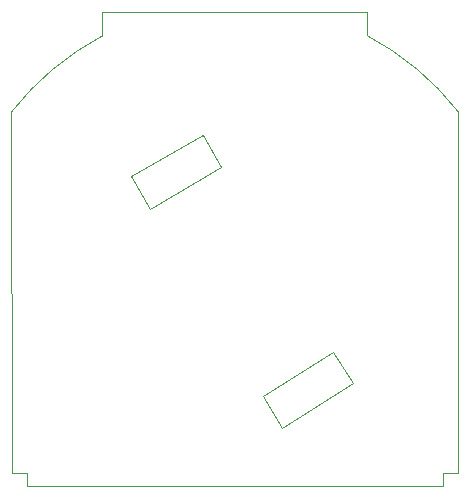
<source format=gm1>
G04 #@! TF.GenerationSoftware,KiCad,Pcbnew,5.1.8*
G04 #@! TF.CreationDate,2021-01-23T15:50:45+08:00*
G04 #@! TF.ProjectId,medicine_timer_pcb,6d656469-6369-46e6-955f-74696d65725f,rev?*
G04 #@! TF.SameCoordinates,Original*
G04 #@! TF.FileFunction,Profile,NP*
%FSLAX46Y46*%
G04 Gerber Fmt 4.6, Leading zero omitted, Abs format (unit mm)*
G04 Created by KiCad (PCBNEW 5.1.8) date 2021-01-23 15:50:45*
%MOMM*%
%LPD*%
G01*
G04 APERTURE LIST*
G04 #@! TA.AperFunction,Profile*
%ADD10C,0.050000*%
G04 #@! TD*
G04 APERTURE END LIST*
D10*
X108300000Y-105600000D02*
X102400000Y-109300000D01*
X110000000Y-108200000D02*
X108300000Y-105600000D01*
X104000000Y-112000000D02*
X110000000Y-108200000D01*
X102400000Y-109300000D02*
X104000000Y-112000000D01*
X91200000Y-90700000D02*
X97300000Y-87200000D01*
X92800000Y-93500000D02*
X91200000Y-90700000D01*
X98800000Y-89900000D02*
X92800000Y-93500000D01*
X97300000Y-87200000D02*
X98800000Y-89900000D01*
X82400000Y-115800000D02*
X81100000Y-115800000D01*
X82400000Y-116900000D02*
X82400000Y-115800000D01*
X117600000Y-115800000D02*
X118900000Y-115800000D01*
X117600000Y-116900000D02*
X117600000Y-115800000D01*
X82400000Y-116900000D02*
X117600000Y-116900000D01*
X111202906Y-78769248D02*
G75*
G02*
X118899999Y-85200001I-11202906J-21230752D01*
G01*
X81098234Y-85248621D02*
G75*
G02*
X88800001Y-78800001I18901766J-14751379D01*
G01*
X111200000Y-76800000D02*
X111202906Y-78769248D01*
X88800000Y-76800000D02*
X88800000Y-78800000D01*
X88800000Y-76800000D02*
X111200000Y-76800000D01*
X118900000Y-115800000D02*
X118899999Y-85200001D01*
X81098234Y-85248621D02*
X81100000Y-115800000D01*
M02*

</source>
